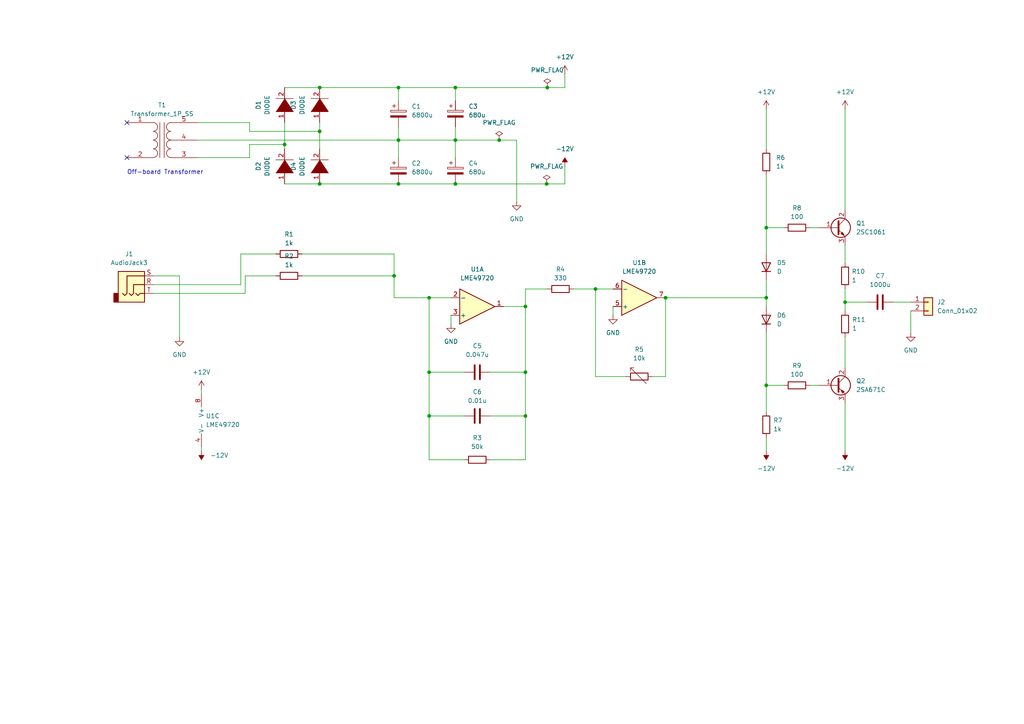
<source format=kicad_sch>
(kicad_sch (version 20211123) (generator eeschema)
  (paper "A4")
  (title_block (title "Amplifier for SWA-V50") (date "2023-01-03") (comment 1 "Yohei Shimmyo") (comment 2 "twitter.com/rollman054"))
  (lib_symbols
    (symbol "Connector:AudioJack3"
      (property "Reference" "J" (at 0 8.89 0))
      (property "Value" "AudioJack3" (at 0 6.35 0))
      (symbol "AudioJack3_0_1"
        (rectangle (start -5.08 -5.08) (end -6.35 -2.54) (stroke (width 0.254)) (fill (type outline)))
        (polyline (pts (xy 0 -2.54) (xy 0.635 -3.175) (xy 1.27 -2.54) (xy 2.54 -2.54)) (stroke (width 0.254)))
        (polyline (pts (xy -1.905 -2.54) (xy -1.27 -3.175) (xy -0.635 -2.54) (xy -0.635 0) (xy 2.54 0)) (stroke (width 0.254)))
        (polyline (pts (xy 2.54 2.54) (xy -2.54 2.54) (xy -2.54 -2.54) (xy -3.175 -3.175) (xy -3.81 -2.54)) (stroke (width 0.254)))
        (rectangle (start 2.54 3.81) (end -5.08 -5.08) (stroke (width 0.254)) (fill (type background)))
      )
      (symbol "AudioJack3_1_1"
        (pin passive line (at 5.08 0 180) (length 2.54) (name "~") (number "R"))
        (pin passive line (at 5.08 2.54 180) (length 2.54) (name "~") (number "S"))
        (pin passive line (at 5.08 -2.54 180) (length 2.54) (name "~") (number "T"))
      )
    )
    (symbol "Connector_Generic:Conn_01x02" (pin_names (offset 1.016) hide)
      (property "Reference" "J" (at 0 2.54 0))
      (property "Value" "Conn_01x02" (at 0 -5.08 0))
      (symbol "Conn_01x02_1_1"
        (rectangle (start -1.27 -2.413) (end 0 -2.667) (stroke (width 0.1524)))
        (rectangle (start -1.27 0.127) (end 0 -0.127) (stroke (width 0.1524)))
        (rectangle (start -1.27 1.27) (end 1.27 -3.81) (stroke (width 0.254)) (fill (type background)))
        (pin passive line (at -5.08 0 0) (length 3.81) (name "Pin_1") (number "1"))
        (pin passive line (at -5.08 -2.54 0) (length 3.81) (name "Pin_2") (number "2"))
      )
    )
    (symbol "Device:C" (pin_numbers hide) (pin_names (offset 0.254))
      (property "Reference" "C" (at 0.635 2.54 0))
      (property "Value" "C" (at 0.635 -2.54 0))
      (symbol "C_0_1"
        (polyline (pts (xy -2.032 -0.762) (xy 2.032 -0.762)) (stroke (width 0.508)))
        (polyline (pts (xy -2.032 0.762) (xy 2.032 0.762)) (stroke (width 0.508)))
      )
      (symbol "C_1_1"
        (pin passive line (at 0 3.81 270) (length 2.794) (name "~") (number "1"))
        (pin passive line (at 0 -3.81 90) (length 2.794) (name "~") (number "2"))
      )
    )
    (symbol "Device:C_Polarized" (pin_numbers hide) (pin_names (offset 0.254))
      (property "Reference" "C" (at 0.635 2.54 0))
      (property "Value" "C_Polarized" (at 0.635 -2.54 0))
      (symbol "C_Polarized_0_1"
        (rectangle (start -2.286 0.508) (end 2.286 1.016))
        (polyline (pts (xy -1.778 2.286) (xy -0.762 2.286)))
        (polyline (pts (xy -1.27 2.794) (xy -1.27 1.778)))
        (rectangle (start 2.286 -0.508) (end -2.286 -1.016) (fill (type outline)))
      )
      (symbol "C_Polarized_1_1"
        (pin passive line (at 0 3.81 270) (length 2.794) (name "~") (number "1"))
        (pin passive line (at 0 -3.81 90) (length 2.794) (name "~") (number "2"))
      )
    )
    (symbol "Device:D" (pin_numbers hide) (pin_names (offset 1.016) hide)
      (property "Reference" "D" (at 0 2.54 0))
      (property "Value" "D" (at 0 -2.54 0))
      (symbol "D_0_1"
        (polyline (pts (xy -1.27 1.27) (xy -1.27 -1.27)) (stroke (width 0.254)))
        (polyline (pts (xy 1.27 0) (xy -1.27 0)))
        (polyline (pts (xy 1.27 1.27) (xy 1.27 -1.27) (xy -1.27 0) (xy 1.27 1.27)) (stroke (width 0.254)))
      )
      (symbol "D_1_1"
        (pin passive line (at -3.81 0 0) (length 2.54) (name "K") (number "1"))
        (pin passive line (at 3.81 0 180) (length 2.54) (name "A") (number "2"))
      )
    )
    (symbol "Device:Q_NPN_BCE" (pin_names (offset 0) hide)
      (property "Reference" "Q" (at 5.08 1.27 0))
      (property "Value" "Q_NPN_BCE" (at 5.08 -1.27 0))
      (symbol "Q_NPN_BCE_0_1"
        (polyline (pts (xy 0.635 0.635) (xy 2.54 2.54)))
        (polyline (pts (xy 0.635 -0.635) (xy 2.54 -2.54) (xy 2.54 -2.54)))
        (polyline (pts (xy 0.635 1.905) (xy 0.635 -1.905) (xy 0.635 -1.905)) (stroke (width 0.508)))
        (polyline (pts (xy 1.27 -1.778) (xy 1.778 -1.27) (xy 2.286 -2.286) (xy 1.27 -1.778) (xy 1.27 -1.778)) (fill (type outline)))
        (circle (center 1.27 0) (radius 2.8194) (stroke (width 0.254)))
      )
      (symbol "Q_NPN_BCE_1_1"
        (pin input line (at -5.08 0 0) (length 5.715) (name "B") (number "1"))
        (pin passive line (at 2.54 5.08 270) (length 2.54) (name "C") (number "2"))
        (pin passive line (at 2.54 -5.08 90) (length 2.54) (name "E") (number "3"))
      )
    )
    (symbol "Device:Q_PNP_BCE" (pin_names (offset 0) hide)
      (property "Reference" "Q" (at 5.08 1.27 0))
      (property "Value" "Q_PNP_BCE" (at 5.08 -1.27 0))
      (symbol "Q_PNP_BCE_0_1"
        (polyline (pts (xy 0.635 0.635) (xy 2.54 2.54)))
        (polyline (pts (xy 0.635 -0.635) (xy 2.54 -2.54) (xy 2.54 -2.54)))
        (polyline (pts (xy 0.635 1.905) (xy 0.635 -1.905) (xy 0.635 -1.905)) (stroke (width 0.508)))
        (polyline (pts (xy 2.286 -1.778) (xy 1.778 -2.286) (xy 1.27 -1.27) (xy 2.286 -1.778) (xy 2.286 -1.778)) (fill (type outline)))
        (circle (center 1.27 0) (radius 2.8194) (stroke (width 0.254)))
      )
      (symbol "Q_PNP_BCE_1_1"
        (pin input line (at -5.08 0 0) (length 5.715) (name "B") (number "1"))
        (pin passive line (at 2.54 5.08 270) (length 2.54) (name "C") (number "2"))
        (pin passive line (at 2.54 -5.08 90) (length 2.54) (name "E") (number "3"))
      )
    )
    (symbol "Device:R" (pin_numbers hide) (pin_names (offset 0))
      (property "Reference" "R" (at 2.032 0 90))
      (property "Value" "R" (at 0 0 90))
      (symbol "R_0_1"
        (rectangle (start -1.016 -2.54) (end 1.016 2.54) (stroke (width 0.254)))
      )
      (symbol "R_1_1"
        (pin passive line (at 0 3.81 270) (length 1.27) (name "~") (number "1"))
        (pin passive line (at 0 -3.81 90) (length 1.27) (name "~") (number "2"))
      )
    )
    (symbol "Device:R_Variable" (pin_numbers hide) (pin_names (offset 0))
      (property "Reference" "R" (at 2.54 -2.54 90))
      (property "Value" "R_Variable" (at -2.54 -1.27 90))
      (symbol "R_Variable_0_1"
        (rectangle (start -1.016 -2.54) (end 1.016 2.54) (stroke (width 0.254)))
        (polyline (pts (xy 2.54 1.524) (xy 2.54 2.54) (xy 1.524 2.54) (xy 2.54 2.54) (xy -2.032 -2.032)))
      )
      (symbol "R_Variable_1_1"
        (pin passive line (at 0 3.81 270) (length 1.27) (name "~") (number "1"))
        (pin passive line (at 0 -3.81 90) (length 1.27) (name "~") (number "2"))
      )
    )
    (symbol "Device:Transformer_1P_SS" (pin_names (offset 1.016) hide)
      (property "Reference" "T" (at 0 6.35 0))
      (property "Value" "Transformer_1P_SS" (at 0 -7.62 0))
      (symbol "Transformer_1P_SS_0_1"
        (arc (start -2.54 -5.0546) (mid -1.6561 -4.6863) (end -1.27 -3.81))
        (arc (start -2.54 -2.5146) (mid -1.6561 -2.1463) (end -1.27 -1.27))
        (arc (start -2.54 0.0254) (mid -1.6561 0.3937) (end -1.27 1.27))
        (arc (start -2.54 2.5654) (mid -1.6561 2.9337) (end -1.27 3.81))
        (arc (start -1.27 -3.81) (mid -1.642 -2.912) (end -2.54 -2.54))
        (arc (start -1.27 -1.27) (mid -1.642 -0.372) (end -2.54 0))
        (arc (start -1.27 1.27) (mid -1.642 2.168) (end -2.54 2.54))
        (arc (start -1.27 3.81) (mid -1.642 4.708) (end -2.54 5.08))
        (polyline (pts (xy -0.635 5.08) (xy -0.635 -5.08)))
        (polyline (pts (xy 0.635 -5.08) (xy 0.635 5.08)))
        (arc (start 1.2954 -1.27) (mid 1.6599 -2.1501) (end 2.54 -2.5146))
        (arc (start 1.2954 1.27) (mid 1.6599 0.3899) (end 2.54 0.0254))
        (arc (start 1.2954 3.81) (mid 1.6599 2.9299) (end 2.54 2.5654))
        (arc (start 1.3208 -3.81) (mid 1.6853 -4.6901) (end 2.5654 -5.0546))
        (arc (start 2.54 0) (mid 1.6456 -0.3683) (end 1.2954 -1.27))
        (arc (start 2.54 2.54) (mid 1.6456 2.1717) (end 1.2954 1.27))
        (arc (start 2.54 5.08) (mid 1.6456 4.7117) (end 1.2954 3.81))
        (arc (start 2.5654 -2.54) (mid 1.671 -2.9083) (end 1.3208 -3.81))
      )
      (symbol "Transformer_1P_SS_1_1"
        (pin passive line (at -10.16 5.08 0) (length 7.62) (name "AA") (number "1"))
        (pin passive line (at -10.16 -5.08 0) (length 7.62) (name "AB") (number "2"))
        (pin passive line (at 10.16 -5.08 180) (length 7.62) (name "SA") (number "3"))
        (pin passive line (at 10.16 0 180) (length 7.62) (name "SC") (number "4"))
        (pin passive line (at 10.16 5.08 180) (length 7.62) (name "SB") (number "5"))
      )
    )
    (symbol "power:+12V" (power) (pin_names (offset 0))
      (property "Value" "+12V" (at 0 3.556 0))
      (symbol "+12V_0_1"
        (polyline (pts (xy -0.762 1.27) (xy 0 2.54)))
        (polyline (pts (xy 0 0) (xy 0 2.54)))
        (polyline (pts (xy 0 2.54) (xy 0.762 1.27)))
      )
      (symbol "+12V_1_1"
        (pin power_in line (at 0 0 90) (length 0) hide (name "+12V") (number "1"))
      )
    )
    (symbol "power:-12V" (power) (pin_names (offset 0))
      (property "Value" "-12V" (at 0 3.81 0))
      (symbol "-12V_0_0"
        (pin power_in line (at 0 0 90) (length 0) hide (name "-12V") (number "1"))
      )
      (symbol "-12V_0_1"
        (polyline (pts (xy 0 0) (xy 0 1.27) (xy 0.762 1.27) (xy 0 2.54) (xy -0.762 1.27) (xy 0 1.27)) (fill (type outline)))
      )
    )
    (symbol "power:GND" (power) (pin_names (offset 0))
      (property "Value" "GND" (at 0 -3.81 0))
      (symbol "GND_0_1"
        (polyline (pts (xy 0 0) (xy 0 -1.27) (xy 1.27 -1.27) (xy 0 -2.54) (xy -1.27 -1.27) (xy 0 -1.27)))
      )
      (symbol "GND_1_1"
        (pin power_in line (at 0 0 270) (length 0) hide (name "GND") (number "1"))
      )
    )
    (symbol "power:PWR_FLAG" (power) (pin_numbers hide) (pin_names (offset 0) hide)
      (property "Value" "PWR_FLAG" (at 0 3.81 0))
      (symbol "PWR_FLAG_0_0"
        (pin power_out line (at 0 0 90) (length 0) (name "pwr") (number "1"))
      )
      (symbol "PWR_FLAG_0_1"
        (polyline (pts (xy 0 0) (xy 0 1.27) (xy -1.016 1.905) (xy 0 2.54) (xy 1.016 1.905) (xy 0 1.27)))
      )
    )
    (symbol "pspice:DIODE" (pin_names (offset 1.016) hide)
      (property "Reference" "D" (at 0 3.81 0))
      (property "Value" "DIODE" (at 0 -4.445 0))
      (symbol "DIODE_0_1"
        (polyline (pts (xy 1.905 2.54) (xy 1.905 -2.54)))
        (polyline (pts (xy -1.905 2.54) (xy -1.905 -2.54) (xy 1.905 0)) (fill (type outline)))
      )
      (symbol "DIODE_1_1"
        (pin input line (at -5.08 0 0) (length 3.81) (name "K") (number "1"))
        (pin input line (at 5.08 0 180) (length 3.81) (name "A") (number "2"))
      )
    )
    (symbol "rollman054:LME49720" (pin_names (offset 0.127))
      (property "Reference" "U" (at 0 5.08 0))
      (property "Value" "LME49720" (at 0 -5.08 0))
      (symbol "LME49720_1_1"
        (polyline (pts (xy -5.08 5.08) (xy 5.08 0) (xy -5.08 -5.08) (xy -5.08 5.08)) (stroke (width 0.254)) (fill (type background)))
        (pin output line (at 7.62 0 180) (length 2.54) (name "~") (number "1"))
        (pin input line (at -7.62 -2.54 0) (length 2.54) (name "-") (number "2"))
        (pin input line (at -7.62 2.54 0) (length 2.54) (name "+") (number "3"))
      )
      (symbol "LME49720_2_1"
        (polyline (pts (xy -5.08 5.08) (xy 5.08 0) (xy -5.08 -5.08) (xy -5.08 5.08)) (stroke (width 0.254)) (fill (type background)))
        (pin input line (at -7.62 2.54 0) (length 2.54) (name "+") (number "5"))
        (pin input line (at -7.62 -2.54 0) (length 2.54) (name "-") (number "6"))
        (pin output line (at 7.62 0 180) (length 2.54) (name "~") (number "7"))
      )
      (symbol "LME49720_3_1"
        (pin power_in line (at -2.54 -7.62 90) (length 3.81) (name "V-") (number "4"))
        (pin power_in line (at -2.54 7.62 270) (length 3.81) (name "V+") (number "8"))
      )
    )
  )
  (junction (at 158.75 25.4))
  (junction (at 124.46 86.36))
  (junction (at 152.4 88.9))
  (junction (at 115.57 40.64))
  (junction (at 92.71 38.1))
  (junction (at 132.08 40.64))
  (junction (at 245.11 87.63))
  (junction (at 158.5662 53.34))
  (junction (at 124.46 120.65))
  (junction (at 82.55 41.91))
  (junction (at 124.46 107.95))
  (junction (at 92.71 25.4))
  (junction (at 144.78 40.64))
  (junction (at 152.4 107.95))
  (junction (at 115.57 25.4))
  (junction (at 115.57 53.34))
  (junction (at 193.04 86.36))
  (junction (at 152.4 120.65))
  (junction (at 222.25 111.76))
  (junction (at 222.25 66.04))
  (junction (at 132.08 53.34))
  (junction (at 114.3 80.01))
  (junction (at 92.71 53.34))
  (junction (at 172.72 83.82))
  (junction (at 132.08 25.4))
  (junction (at 222.25 86.36))
  (no_connect (at 36.83 45.72))
  (no_connect (at 36.83 35.56))
  (wire (pts (xy 222.25 66.04) (xy 222.25 73.66)))
  (wire (pts (xy 57.15 40.64) (xy 115.57 40.64)))
  (wire (pts (xy 58.42 113.03) (xy 58.42 114.3)))
  (wire (pts (xy 115.57 25.4) (xy 132.08 25.4)))
  (wire (pts (xy 132.08 25.4) (xy 158.75 25.4)))
  (wire (pts (xy 193.04 86.36) (xy 193.04 109.22)))
  (wire (pts (xy 234.95 66.04) (xy 237.49 66.04)))
  (wire (pts (xy 92.71 38.1) (xy 72.39 38.1)))
  (wire (pts (xy 245.11 116.84) (xy 245.11 130.81)))
  (wire (pts (xy 124.46 86.36) (xy 130.81 86.36)))
  (wire (pts (xy 245.11 87.63) (xy 245.11 90.17)))
  (wire (pts (xy 92.71 25.4) (xy 115.57 25.4)))
  (wire (pts (xy 44.45 85.09) (xy 71.12 85.09)))
  (wire (pts (xy 69.85 82.55) (xy 69.85 73.66)))
  (wire (pts (xy 44.45 80.01) (xy 52.07 80.01)))
  (wire (pts (xy 82.55 41.91) (xy 82.55 43.18)))
  (wire (pts (xy 114.3 73.66) (xy 114.3 80.01)))
  (wire (pts (xy 152.4 133.35) (xy 142.24 133.35)))
  (wire (pts (xy 264.16 90.17) (xy 264.16 96.52)))
  (wire (pts (xy 222.25 111.76) (xy 222.25 119.38)))
  (wire (pts (xy 72.39 38.1) (xy 72.39 35.56)))
  (wire (pts (xy 124.46 107.95) (xy 134.62 107.95)))
  (wire (pts (xy 259.08 87.63) (xy 264.16 87.63)))
  (wire (pts (xy 144.78 40.64) (xy 149.86 40.64)))
  (wire (pts (xy 134.62 133.35) (xy 124.46 133.35)))
  (wire (pts (xy 222.25 111.76) (xy 227.33 111.76)))
  (wire (pts (xy 152.4 120.65) (xy 152.4 133.35)))
  (wire (pts (xy 234.95 111.76) (xy 237.49 111.76)))
  (wire (pts (xy 72.39 41.91) (xy 82.55 41.91)))
  (wire (pts (xy 163.83 48.26) (xy 163.83 53.34)))
  (wire (pts (xy 132.08 36.83) (xy 132.08 40.64)))
  (wire (pts (xy 132.08 40.64) (xy 132.08 45.72)))
  (wire (pts (xy 82.55 53.34) (xy 92.71 53.34)))
  (wire (pts (xy 124.46 120.65) (xy 124.46 107.95)))
  (wire (pts (xy 222.25 31.75) (xy 222.25 43.18)))
  (wire (pts (xy 166.37 83.82) (xy 172.72 83.82)))
  (wire (pts (xy 71.12 85.09) (xy 71.12 80.01)))
  (wire (pts (xy 57.15 45.72) (xy 72.39 45.72)))
  (wire (pts (xy 222.25 50.8) (xy 222.25 66.04)))
  (wire (pts (xy 132.08 40.64) (xy 144.78 40.64)))
  (wire (pts (xy 72.39 35.56) (xy 57.15 35.56)))
  (wire (pts (xy 152.4 88.9) (xy 152.4 83.82)))
  (wire (pts (xy 132.08 25.4) (xy 132.08 29.21)))
  (wire (pts (xy 115.57 53.34) (xy 132.08 53.34)))
  (wire (pts (xy 124.46 107.95) (xy 124.46 86.36)))
  (wire (pts (xy 142.24 120.65) (xy 152.4 120.65)))
  (wire (pts (xy 222.25 96.52) (xy 222.25 111.76)))
  (wire (pts (xy 92.71 53.34) (xy 115.57 53.34)))
  (wire (pts (xy 115.57 40.64) (xy 132.08 40.64)))
  (wire (pts (xy 92.71 35.56) (xy 92.71 38.1)))
  (wire (pts (xy 124.46 133.35) (xy 124.46 120.65)))
  (wire (pts (xy 115.57 36.83) (xy 115.57 40.64)))
  (wire (pts (xy 152.4 88.9) (xy 152.4 107.95)))
  (wire (pts (xy 222.25 86.36) (xy 222.25 81.28)))
  (wire (pts (xy 69.85 73.66) (xy 80.01 73.66)))
  (wire (pts (xy 149.86 40.64) (xy 149.86 58.42)))
  (wire (pts (xy 245.11 71.12) (xy 245.11 76.2)))
  (wire (pts (xy 114.3 80.01) (xy 114.3 86.36)))
  (wire (pts (xy 181.61 109.22) (xy 172.72 109.22)))
  (wire (pts (xy 124.46 120.65) (xy 134.62 120.65)))
  (wire (pts (xy 146.05 88.9) (xy 152.4 88.9)))
  (wire (pts (xy 115.57 40.64) (xy 115.57 45.72)))
  (wire (pts (xy 72.39 45.72) (xy 72.39 41.91)))
  (wire (pts (xy 245.11 83.82) (xy 245.11 87.63)))
  (wire (pts (xy 152.4 107.95) (xy 152.4 120.65)))
  (wire (pts (xy 163.83 21.59) (xy 163.83 25.4)))
  (wire (pts (xy 158.5662 53.34) (xy 163.83 53.34)))
  (wire (pts (xy 115.57 29.21) (xy 115.57 25.4)))
  (wire (pts (xy 222.25 86.36) (xy 222.25 88.9)))
  (wire (pts (xy 52.07 80.01) (xy 52.07 97.79)))
  (wire (pts (xy 193.04 86.36) (xy 222.25 86.36)))
  (wire (pts (xy 92.71 38.1) (xy 92.71 43.18)))
  (wire (pts (xy 82.55 25.4) (xy 92.71 25.4)))
  (wire (pts (xy 245.11 97.79) (xy 245.11 106.68)))
  (wire (pts (xy 130.81 91.44) (xy 130.81 93.98)))
  (wire (pts (xy 142.24 107.95) (xy 152.4 107.95)))
  (wire (pts (xy 245.11 87.63) (xy 251.46 87.63)))
  (wire (pts (xy 71.12 80.01) (xy 80.01 80.01)))
  (wire (pts (xy 177.8 88.9) (xy 177.8 91.44)))
  (wire (pts (xy 193.04 109.22) (xy 189.23 109.22)))
  (wire (pts (xy 222.25 127) (xy 222.25 130.81)))
  (wire (pts (xy 132.08 53.34) (xy 158.5662 53.34)))
  (wire (pts (xy 44.45 82.55) (xy 69.85 82.55)))
  (wire (pts (xy 172.72 83.82) (xy 177.8 83.82)))
  (wire (pts (xy 87.63 80.01) (xy 114.3 80.01)))
  (wire (pts (xy 58.42 129.54) (xy 58.42 130.81)))
  (wire (pts (xy 158.75 25.4) (xy 163.83 25.4)))
  (wire (pts (xy 114.3 86.36) (xy 124.46 86.36)))
  (wire (pts (xy 227.33 66.04) (xy 222.25 66.04)))
  (wire (pts (xy 87.63 73.66) (xy 114.3 73.66)))
  (wire (pts (xy 245.11 31.75) (xy 245.11 60.96)))
  (wire (pts (xy 172.72 109.22) (xy 172.72 83.82)))
  (wire (pts (xy 152.4 83.82) (xy 158.75 83.82)))
  (wire (pts (xy 82.55 35.56) (xy 82.55 41.91)))
  (text "Off-board Transformer" (at 36.83 50.8 0) (effects (font (size 1.27 1.27)) (justify left bottom)))
  (symbol (lib_id "power:-12V") (at 245.11 130.81 180) (unit 1)
    (property "Reference" "#PWR012" (effects hide))
    (property "Value" "-12V" (at 245.11 135.89 0))
  )
  (symbol (lib_id "Device:R") (at 83.82 73.66 90) (unit 1)
    (property "Reference" "R1" (at 83.82 67.945 90))
    (property "Value" "1k" (at 83.82 70.485 90))
  )
  (symbol (lib_id "pspice:DIODE") (at 82.55 48.26 90) (unit 1)
    (property "Reference" "D2" (at 74.93 48.26 0))
    (property "Value" "DIODE" (at 77.47 48.26 0))
  )
  (symbol (lib_id "power:+12V") (at 58.42 113.03 0) (unit 1)
    (property "Reference" "#PWR02" (effects hide))
    (property "Value" "+12V" (at 58.42 107.95 0))
  )
  (symbol (lib_id "Device:Q_PNP_BCE") (at 242.57 111.76 0) (unit 1)
    (property "Reference" "Q2" (at 248.285 110.4899 0) (effects (justify left)))
    (property "Value" "2SA671C" (at 248.285 113.0299 0) (effects (justify left)))
  )
  (symbol (lib_id "pspice:DIODE") (at 92.71 48.26 90) (unit 1)
    (property "Reference" "D4" (at 85.09 48.26 0))
    (property "Value" "DIODE" (at 87.63 48.26 0))
  )
  (symbol (lib_id "rollman054:LME49720") (at 185.42 86.36 0) (mirror x) (unit 2)
    (property "Reference" "U1" (at 185.42 76.2 0))
    (property "Value" "LME49720" (at 185.42 78.74 0))
    (property "Datasheet" "https://www.ti.com/jp/lit/ds/symlink/lme49720.pdf?ts=1661670725543&ref_url=https%253A%252F%252Fwww.ti.com%252Fdocument-viewer%252Fja-jp%252FLME49720%252Fdatasheet%252Fabstract" (effects hide))
  )
  (symbol (lib_id "power:PWR_FLAG") (at 144.78 40.64 0) (unit 1)
    (property "Reference" "#FLG01" (effects hide))
    (property "Value" "PWR_FLAG" (at 144.78 35.56 0))
  )
  (symbol (lib_id "Device:R") (at 138.43 133.35 90) (unit 1)
    (property "Reference" "R3" (at 138.43 127 90))
    (property "Value" "50k" (at 138.43 129.54 90))
  )
  (symbol (lib_id "power:PWR_FLAG") (at 158.75 25.4 0) (unit 1)
    (property "Reference" "#FLG03" (effects hide))
    (property "Value" "PWR_FLAG" (at 158.75 20.32 0))
  )
  (symbol (lib_id "power:-12V") (at 222.25 130.81 180) (unit 1)
    (property "Reference" "#PWR010" (effects hide))
    (property "Value" "-12V" (at 222.25 135.89 0))
  )
  (symbol (lib_id "power:+12V") (at 245.11 31.75 0) (unit 1)
    (property "Reference" "#PWR011" (effects hide))
    (property "Value" "+12V" (at 245.11 26.67 0))
  )
  (symbol (lib_id "Device:D") (at 222.25 92.71 90) (unit 1)
    (property "Reference" "D6" (at 225.298 91.4399 90) (effects (justify right)))
    (property "Value" "D" (at 225.298 93.9799 90) (effects (justify right)))
  )
  (symbol (lib_id "Device:Transformer_1P_SS") (at 46.99 40.64 0) (unit 1)
    (property "Reference" "T1" (at 47.0027 30.48 0))
    (property "Value" "Transformer_1P_SS" (at 47.0027 33.02 0))
  )
  (symbol (lib_id "Device:R_Variable") (at 185.42 109.22 90) (unit 1)
    (property "Reference" "R5" (at 185.42 101.346 90))
    (property "Value" "10k" (at 185.42 103.886 90))
  )
  (symbol (lib_id "power:+12V") (at 163.83 21.59 0) (unit 1)
    (property "Reference" "#PWR06" (effects hide))
    (property "Value" "+12V" (at 163.83 16.51 0))
  )
  (symbol (lib_id "Device:D") (at 222.25 77.47 90) (unit 1)
    (property "Reference" "D5" (at 225.298 76.1999 90) (effects (justify right)))
    (property "Value" "D" (at 225.298 78.7399 90) (effects (justify right)))
  )
  (symbol (lib_id "Device:C") (at 255.27 87.63 90) (unit 1)
    (property "Reference" "C7" (at 255.27 80.01 90))
    (property "Value" "1000u" (at 255.27 82.55 90))
  )
  (symbol (lib_id "Device:R") (at 222.25 123.19 180) (unit 1)
    (property "Reference" "R7" (at 224.282 121.9199 0) (effects (justify right)))
    (property "Value" "1k" (at 224.282 124.4599 0) (effects (justify right)))
  )
  (symbol (lib_id "Device:R") (at 231.14 111.76 90) (unit 1)
    (property "Reference" "R9" (at 231.14 106.045 90))
    (property "Value" "100" (at 231.14 108.585 90))
  )
  (symbol (lib_id "Device:C_Polarized") (at 132.08 33.02 0) (unit 1)
    (property "Reference" "C3" (at 135.89 30.8609 0) (effects (justify left)))
    (property "Value" "680u" (at 135.89 33.4009 0) (effects (justify left)))
  )
  (symbol (lib_id "Device:R") (at 222.25 46.99 180) (unit 1)
    (property "Reference" "R6" (at 225.044 45.7199 0) (effects (justify right)))
    (property "Value" "1k" (at 225.044 48.2599 0) (effects (justify right)))
  )
  (symbol (lib_id "Connector:AudioJack3") (at 39.37 82.55 0) (unit 1)
    (property "Reference" "J1" (at 37.465 73.66 0))
    (property "Value" "AudioJack3" (at 37.465 76.2 0))
  )
  (symbol (lib_id "power:GND") (at 177.8 91.44 0) (unit 1)
    (property "Reference" "#PWR08" (effects hide))
    (property "Value" "GND" (at 177.8 96.52 0))
  )
  (symbol (lib_id "Device:C_Polarized") (at 115.57 49.53 0) (unit 1)
    (property "Reference" "C2" (at 119.38 47.3709 0) (effects (justify left)))
    (property "Value" "6800u" (at 119.38 49.9109 0) (effects (justify left)))
  )
  (symbol (lib_id "power:GND") (at 52.07 97.79 0) (unit 1)
    (property "Reference" "#PWR01" (effects hide))
    (property "Value" "GND" (at 52.07 102.87 0))
  )
  (symbol (lib_id "pspice:DIODE") (at 92.71 30.48 90) (unit 1)
    (property "Reference" "D3" (at 85.09 30.48 0))
    (property "Value" "DIODE" (at 87.63 30.48 0))
  )
  (symbol (lib_id "Connector_Generic:Conn_01x02") (at 269.24 87.63 0) (unit 1)
    (property "Reference" "J2" (at 271.78 87.6299 0) (effects (justify left)))
    (property "Value" "Conn_01x02" (at 271.78 90.1699 0) (effects (justify left)))
  )
  (symbol (lib_id "Device:R") (at 231.14 66.04 90) (unit 1)
    (property "Reference" "R8" (at 231.14 60.325 90))
    (property "Value" "100" (at 231.14 62.865 90))
  )
  (symbol (lib_id "Device:R") (at 245.11 80.01 180) (unit 1)
    (property "Reference" "R10" (at 247.015 78.7399 0) (effects (justify right)))
    (property "Value" "1" (at 247.015 81.2799 0) (effects (justify right)))
  )
  (symbol (lib_id "rollman054:LME49720") (at 138.43 88.9 0) (mirror x) (unit 1)
    (property "Reference" "U1" (at 138.43 78.105 0))
    (property "Value" "LME49720" (at 138.43 80.645 0))
    (property "Datasheet" "https://www.ti.com/jp/lit/ds/symlink/lme49720.pdf?ts=1661670725543&ref_url=https%253A%252F%252Fwww.ti.com%252Fdocument-viewer%252Fja-jp%252FLME49720%252Fdatasheet%252Fabstract" (effects hide))
  )
  (symbol (lib_id "Device:R") (at 162.56 83.82 90) (unit 1)
    (property "Reference" "R4" (at 162.56 78.105 90))
    (property "Value" "330" (at 162.56 80.645 90))
  )
  (symbol (lib_id "Device:R") (at 83.82 80.01 90) (unit 1)
    (property "Reference" "R2" (at 83.82 74.295 90))
    (property "Value" "1k" (at 83.82 76.835 90))
  )
  (symbol (lib_id "Device:C") (at 138.43 107.95 90) (unit 1)
    (property "Reference" "C5" (at 138.43 100.33 90))
    (property "Value" "0.047u" (at 138.43 102.87 90))
  )
  (symbol (lib_id "power:-12V") (at 58.42 130.81 180) (unit 1)
    (property "Reference" "#PWR03" (effects hide))
    (property "Value" "-12V" (at 60.96 132.0799 0) (effects (justify right)))
  )
  (symbol (lib_id "Device:Q_NPN_BCE") (at 242.57 66.04 0) (unit 1)
    (property "Reference" "Q1" (at 248.285 64.7699 0) (effects (justify left)))
    (property "Value" "2SC1061" (at 248.285 67.3099 0) (effects (justify left)))
  )
  (symbol (lib_id "power:GND") (at 130.81 93.98 0) (unit 1)
    (property "Reference" "#PWR04" (effects hide))
    (property "Value" "GND" (at 130.81 99.06 0))
  )
  (symbol (lib_id "Device:C_Polarized") (at 132.08 49.53 0) (unit 1)
    (property "Reference" "C4" (at 135.89 47.3709 0) (effects (justify left)))
    (property "Value" "680u" (at 135.89 49.9109 0) (effects (justify left)))
  )
  (symbol (lib_id "power:GND") (at 264.16 96.52 0) (unit 1)
    (property "Reference" "#PWR013" (effects hide))
    (property "Value" "GND" (at 264.16 101.6 0))
  )
  (symbol (lib_id "Device:R") (at 245.11 93.98 180) (unit 1)
    (property "Reference" "R11" (at 247.142 92.7099 0) (effects (justify right)))
    (property "Value" "1" (at 247.142 95.2499 0) (effects (justify right)))
  )
  (symbol (lib_id "power:-12V") (at 163.83 48.26 0) (unit 1)
    (property "Reference" "#PWR07" (effects hide))
    (property "Value" "-12V" (at 163.83 43.18 0))
  )
  (symbol (lib_id "pspice:DIODE") (at 82.55 30.48 90) (unit 1)
    (property "Reference" "D1" (at 74.93 30.48 0))
    (property "Value" "DIODE" (at 77.47 30.48 0))
  )
  (symbol (lib_id "Device:C_Polarized") (at 115.57 33.02 0) (unit 1)
    (property "Reference" "C1" (at 119.38 30.8609 0) (effects (justify left)))
    (property "Value" "6800u" (at 119.38 33.4009 0) (effects (justify left)))
  )
  (symbol (lib_id "rollman054:LME49720") (at 60.96 121.92 0) (unit 3)
    (property "Reference" "U1" (at 59.69 120.6499 0) (effects (justify left)))
    (property "Value" "LME49720" (at 59.69 123.1899 0) (effects (justify left)))
    (property "Datasheet" "https://www.ti.com/jp/lit/ds/symlink/lme49720.pdf?ts=1661670725543&ref_url=https%253A%252F%252Fwww.ti.com%252Fdocument-viewer%252Fja-jp%252FLME49720%252Fdatasheet%252Fabstract" (effects hide))
  )
  (symbol (lib_id "power:PWR_FLAG") (at 158.5662 53.34 0) (unit 1)
    (property "Reference" "#FLG02" (effects hide))
    (property "Value" "PWR_FLAG" (at 158.5662 48.26 0))
  )
  (symbol (lib_id "power:GND") (at 149.86 58.42 0) (unit 1)
    (property "Reference" "#PWR05" (effects hide))
    (property "Value" "GND" (at 149.86 63.5 0))
  )
  (symbol (lib_id "power:+12V") (at 222.25 31.75 0) (unit 1)
    (property "Reference" "#PWR09" (effects hide))
    (property "Value" "+12V" (at 222.25 26.67 0))
  )
  (symbol (lib_id "Device:C") (at 138.43 120.65 90) (unit 1)
    (property "Reference" "C6" (at 138.43 113.665 90))
    (property "Value" "0.01u" (at 138.43 116.205 90))
  )
)
</source>
